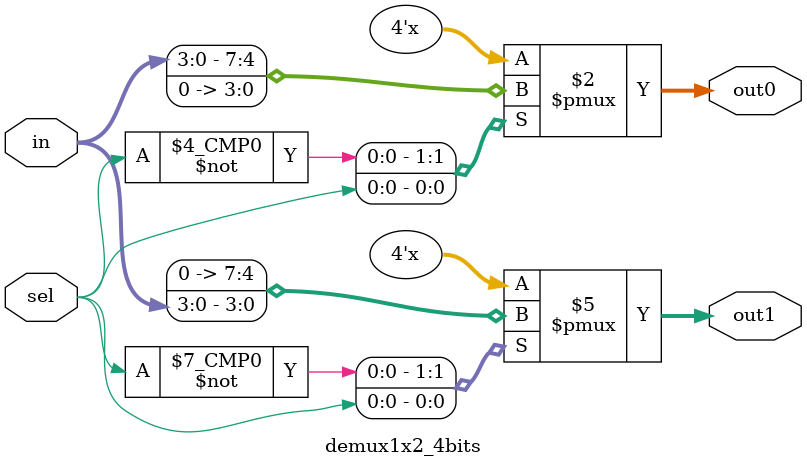
<source format=v>
module demux1x2_4bits (
    input [3:0] in,    // Entrada de 4 bits
    input sel,          // Sinal de seleção (1 bit)
    output reg [3:0] out0,  // Saída 0 (4 bits)
    output reg [3:0] out1   // Saída 1 (4 bits)
);
    always @(*) begin
        // Inicializa as saídas para 0
        out0 = 4'b0000;
        out1 = 4'b0000;
        // Direciona a entrada para a saída selecionada
        case (sel)
            1'b0: out0 = in;  // Se sel = 0, a saída 0 recebe o valor de in
            1'b1: out1 = in;  // Se sel = 1, a saída 1 recebe o valor de in
            default: begin
                out0 = 4'b0000;
                out1 = 4'b0000;
            end
        endcase
    end
endmodule

</source>
